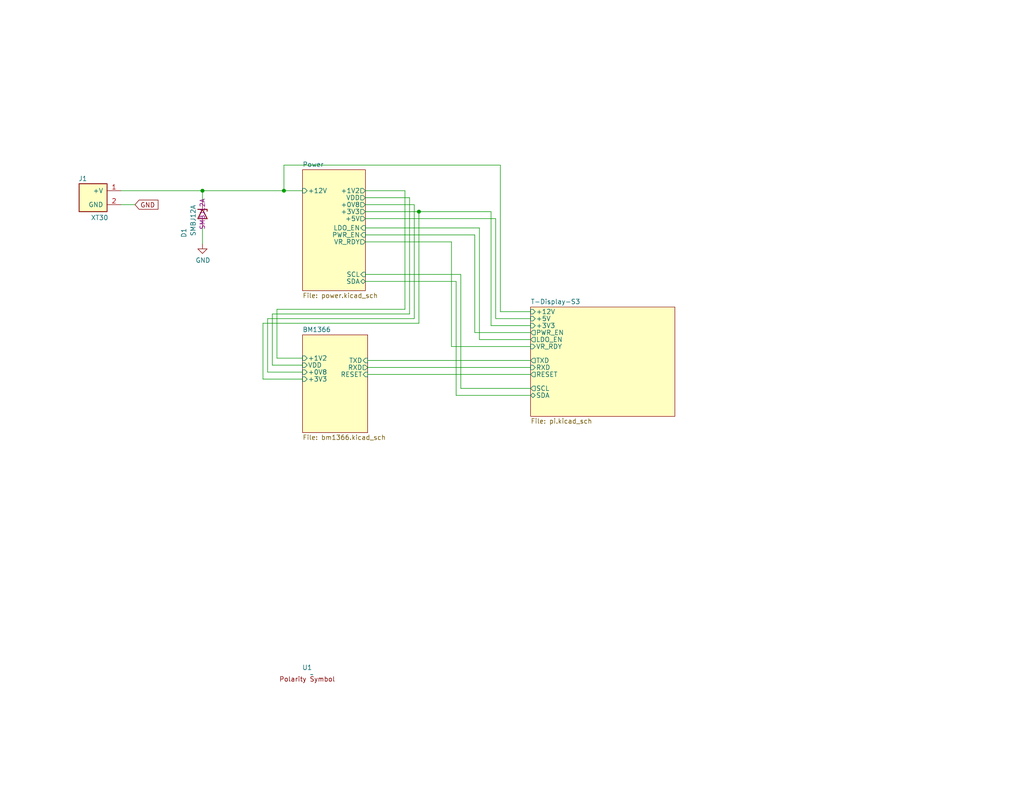
<source format=kicad_sch>
(kicad_sch (version 20250114) (generator "eeschema") (generator_version "9.0")
  (paper "A")
  (title_block (title "BM1366 PiAxe") (date "2023-10-10") (rev "202"))
  (lib_symbols
    (symbol "Diode:5KPxxA" (pin_numbers (hide yes)) (pin_names (offset 1.016) (hide yes))
      (property "Reference" "D" (at 0 2.54 0))
      (property "Value" "5KPxxA" (at 0 -2.54 0))
      (symbol "5KPxxA_0_1"
        (polyline (pts (xy -0.762 1.27) (xy -1.27 1.27) (xy -1.27 -1.27)) (stroke (width 0.254)))
        (polyline (pts (xy 1.27 1.27) (xy 1.27 -1.27) (xy -1.27 0) (xy 1.27 1.27)) (stroke (width 0.254)))
      )
      (symbol "5KPxxA_1_1"
        (pin passive line (at -3.81 0 0) (length 2.54) (name "A1") (number "1"))
        (pin passive line (at 3.81 0 180) (length 2.54) (name "A2") (number "2"))
      )
    )
    (symbol "bitaxe:XT30PW-M" (pin_names (offset 1.016))
      (property "Reference" "J" (at -3.302 4.572 0))
      (property "Value" "XT30" (at -0.254 10.668 0))
      (symbol "XT30PW-M_1_1"
        (rectangle (start -3.81 3.175) (end 3.81 -4.445) (stroke (width 0.254)) (fill (type background)))
        (pin no_connect line (at -7.62 7.62 0) (length 3.81) (hide yes) (name "MNT1") (number "3"))
        (pin power_in line (at -7.62 1.27 0) (length 3.81) (name "+V") (number "1"))
        (pin power_in line (at -7.62 -2.54 0) (length 3.81) (name "GND") (number "2"))
        (pin no_connect line (at -7.62 -7.62 0) (length 3.81) (hide yes) (name "MNT2") (number "4"))
      )
    )
    (symbol "bitaxe:polarity" (in_bom no)
      (property "Reference" "U" (at 0 0 0))
      (symbol "polarity_1_1"
        (text "Polarity Symbol" (at -1.27 -1.27 0) (effects (font (size 1.27 1.27))))
      )
    )
    (symbol "power:GND" (power) (pin_names (offset 0))
      (property "Value" "GND" (at 0 -3.81 0))
      (symbol "GND_0_1"
        (polyline (pts (xy 0 0) (xy 0 -1.27) (xy 1.27 -1.27) (xy 0 -2.54) (xy -1.27 -1.27) (xy 0 -1.27)))
      )
      (symbol "GND_1_1"
        (pin power_in line (at 0 0 270) (length 0) (hide yes) (name "GND") (number "1"))
      )
    )
  )
  (junction (at 114.3 57.785))
  (junction (at 55.245 52.07))
  (junction (at 77.47 52.07))
  (wire (pts (xy 99.695 62.23) (xy 130.81 62.23)))
  (wire (pts (xy 111.76 85.725) (xy 74.295 85.725)))
  (wire (pts (xy 125.73 74.93) (xy 125.73 106.045)))
  (wire (pts (xy 99.695 76.835) (xy 124.46 76.835)))
  (wire (pts (xy 74.295 85.725) (xy 74.295 99.695)))
  (wire (pts (xy 110.49 84.455) (xy 75.565 84.455)))
  (wire (pts (xy 73.025 101.6) (xy 82.55 101.6)))
  (wire (pts (xy 100.33 100.33) (xy 144.78 100.33)))
  (wire (pts (xy 73.025 86.995) (xy 73.025 101.6)))
  (wire (pts (xy 99.695 53.975) (xy 111.76 53.975)))
  (wire (pts (xy 129.54 64.135) (xy 129.54 90.805)))
  (wire (pts (xy 71.755 88.265) (xy 71.755 103.505)))
  (wire (pts (xy 114.3 88.265) (xy 71.755 88.265)))
  (wire (pts (xy 129.54 90.805) (xy 144.78 90.805)))
  (wire (pts (xy 136.525 45.085) (xy 136.525 85.09)))
  (wire (pts (xy 77.47 45.085) (xy 136.525 45.085)))
  (wire (pts (xy 110.49 52.07) (xy 110.49 84.455)))
  (wire (pts (xy 100.33 102.235) (xy 144.78 102.235)))
  (wire (pts (xy 77.47 52.07) (xy 77.47 45.085)))
  (wire (pts (xy 71.755 103.505) (xy 82.55 103.505)))
  (wire (pts (xy 74.295 99.695) (xy 82.55 99.695)))
  (wire (pts (xy 135.255 86.995) (xy 144.78 86.995)))
  (wire (pts (xy 99.695 74.93) (xy 125.73 74.93)))
  (wire (pts (xy 144.78 88.9) (xy 133.985 88.9)))
  (wire (pts (xy 113.03 86.995) (xy 73.025 86.995)))
  (wire (pts (xy 99.695 59.69) (xy 135.255 59.69)))
  (wire (pts (xy 135.255 59.69) (xy 135.255 86.995)))
  (wire (pts (xy 133.985 88.9) (xy 133.985 57.785)))
  (wire (pts (xy 75.565 97.79) (xy 82.55 97.79)))
  (wire (pts (xy 130.81 92.71) (xy 144.78 92.71)))
  (wire (pts (xy 125.73 106.045) (xy 144.78 106.045)))
  (wire (pts (xy 114.3 57.785) (xy 114.3 88.265)))
  (wire (pts (xy 33.02 52.07) (xy 55.245 52.07)))
  (wire (pts (xy 55.245 54.61) (xy 55.245 52.07)))
  (wire (pts (xy 99.695 66.04) (xy 123.19 66.04)))
  (wire (pts (xy 123.19 94.615) (xy 144.78 94.615)))
  (wire (pts (xy 55.245 66.675) (xy 55.245 62.23)))
  (wire (pts (xy 124.46 107.95) (xy 144.78 107.95)))
  (wire (pts (xy 77.47 52.07) (xy 82.55 52.07)))
  (wire (pts (xy 33.02 55.88) (xy 36.83 55.88)))
  (wire (pts (xy 113.03 55.88) (xy 113.03 86.995)))
  (wire (pts (xy 99.695 57.785) (xy 114.3 57.785)))
  (wire (pts (xy 133.985 57.785) (xy 114.3 57.785)))
  (wire (pts (xy 75.565 84.455) (xy 75.565 97.79)))
  (wire (pts (xy 130.81 62.23) (xy 130.81 92.71)))
  (wire (pts (xy 136.525 85.09) (xy 144.78 85.09)))
  (wire (pts (xy 99.695 55.88) (xy 113.03 55.88)))
  (wire (pts (xy 100.33 98.425) (xy 144.78 98.425)))
  (wire (pts (xy 99.695 52.07) (xy 110.49 52.07)))
  (wire (pts (xy 99.695 64.135) (xy 129.54 64.135)))
  (wire (pts (xy 111.76 53.975) (xy 111.76 85.725)))
  (wire (pts (xy 123.19 66.04) (xy 123.19 94.615)))
  (wire (pts (xy 55.245 52.07) (xy 77.47 52.07)))
  (wire (pts (xy 124.46 76.835) (xy 124.46 107.95)))
  (global_label "GND" (shape input) (at 36.83 55.88 0) (property "Intersheetrefs" "${INTERSHEET_REFS}" (effects (hide yes))))
  (symbol (lib_id "power:GND") (at 55.245 66.675 0) (unit 1)
    (property "Reference" "#PWR04" (effects (hide yes)))
    (property "Value" "GND" (at 55.372 71.0692 0))
  )
  (symbol (lib_id "bitaxe:XT30PW-M") (at 25.4 53.34 0) (mirror y) (unit 1)
    (property "Reference" "J1" (at 22.606 48.768 0))
    (property "Value" "XT30" (at 27.178 59.436 0))
    (property "Footprint" "qaxe:XT30PW-M" (effects (hide yes)))
    (property "PARTNO" "XT30PW-M" (effects (hide yes)))
    (property "LCSC" "C431092" (effects (hide yes)))
  )
  (symbol (lib_id "Diode:5KPxxA") (at 55.245 58.42 270) (unit 1)
    (property "Reference" "D1" (at 50.165 62.23 0) (effects (justify left)))
    (property "Value" "SMBJ12A" (at 52.705 55.88 0) (effects (justify left)))
    (property "Footprint" "Diode_SMD:D_SMB" (effects (hide yes)))
    (property "Distributor" "D" (effects (hide yes)))
    (property "OrderNr" "SMBJ12ALFCT-ND" (effects (hide yes)))
    (property "PARTNO" "SMBJ12A" (at 55.245 58.42 0))
  )
  (symbol (lib_id "bitaxe:polarity") (at 85.09 184.15 0) (unit 1) (in_bom no)
    (property "Reference" "U1" (at 83.82 182.245 0))
    (property "Value" "~" (at 85.09 184.15 0))
    (property "Footprint" "bitaxe:polarity" (effects (hide yes)))
    (property "Distributor" "-" (effects (hide yes)))
  )
  (sheet (at 82.55 91.44) (size 17.78 26.67) (stroke (width 0.1524)) (fill (color 255 255 194 1.0000))
    (property "Sheetname" "BM1366" (at 82.55 90.7284 0) (effects (justify left bottom)))
    (property "Sheetfile" "bm1366.kicad_sch" (at 82.55 118.6946 0) (effects (justify left top)))
    (pin "+1V2" input (at 82.55 97.79 180))
    (pin "+0V8" input (at 82.55 101.6 180))
    (pin "+3V3" input (at 82.55 103.505 180))
    (pin "RXD" output (at 100.33 100.33 0))
    (pin "TXD" input (at 100.33 98.425 0))
    (pin "RESET" input (at 100.33 102.235 0))
    (pin "VDD" input (at 82.55 99.695 180))
  )
  (sheet (at 82.55 46.355) (size 17.145 33.02) (stroke (width 0.1524)) (fill (color 255 255 194 1.0000))
    (property "Sheetname" "Power" (at 82.55 45.6434 0) (effects (justify left bottom)))
    (property "Sheetfile" "power.kicad_sch" (at 82.55 79.9596 0) (effects (justify left top)))
    (pin "+1V2" output (at 99.695 52.07 0))
    (pin "+3V3" output (at 99.695 57.785 0))
    (pin "+0V8" output (at 99.695 55.88 0))
    (pin "+5V" output (at 99.695 59.69 0))
    (pin "+12V" input (at 82.55 52.07 180))
    (pin "SDA" bidirectional (at 99.695 76.835 0))
    (pin "SCL" input (at 99.695 74.93 0))
    (pin "LDO_EN" input (at 99.695 62.23 0))
    (pin "VR_RDY" output (at 99.695 66.04 0))
    (pin "PWR_EN" input (at 99.695 64.135 0))
    (pin "VDD" output (at 99.695 53.975 0))
  )
  (sheet (at 144.78 83.82) (size 39.37 29.845) (stroke (width 0.1524)) (fill (color 255 255 194 1.0000))
    (property "Sheetname" "T-Display-S3" (at 144.78 83.1084 0) (effects (justify left bottom)))
    (property "Sheetfile" "pi.kicad_sch" (at 144.78 114.2496 0) (effects (justify left top)))
    (pin "+3V3" input (at 144.78 88.9 180))
    (pin "RXD" input (at 144.78 100.33 180))
    (pin "TXD" output (at 144.78 98.425 180))
    (pin "RESET" output (at 144.78 102.235 180))
    (pin "+12V" input (at 144.78 85.09 180))
    (pin "+5V" input (at 144.78 86.995 180))
    (pin "SCL" output (at 144.78 106.045 180))
    (pin "SDA" bidirectional (at 144.78 107.95 180))
    (pin "LDO_EN" output (at 144.78 92.71 180))
    (pin "VR_RDY" input (at 144.78 94.615 180))
    (pin "PWR_EN" output (at 144.78 90.805 180))
  )
)
</source>
